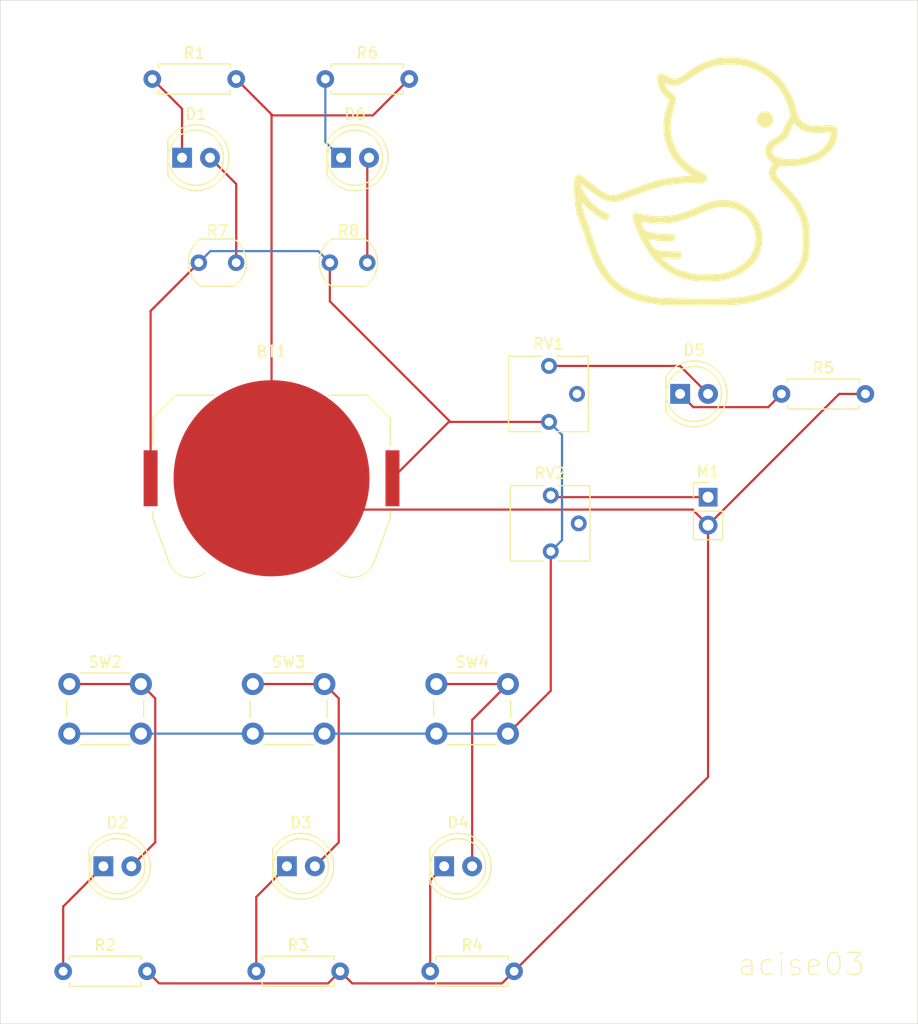
<source format=kicad_pcb>
(kicad_pcb (version 20241229) (generator "pcbnew") (generator_version "9.0")
  (layers (0 "F.Cu" signal) (2 "B.Cu" signal) (13 "F.Paste" user) (15 "B.Paste" user) (5 "F.SilkS" user "F.Silkscreen") (7 "B.SilkS" user "B.Silkscreen") (1 "F.Mask" user) (3 "B.Mask" user) (25 "Edge.Cuts" user))
  (net 0 "")
  (net 1 "Net-(BT1-+)")
  (net 2 "Net-(BT1--)")
  (net 3 "Net-(D1-A)")
  (net 4 "Net-(D1-K)")
  (net 5 "Net-(D2-A)")
  (net 6 "Net-(D2-K)")
  (net 7 "Net-(D3-K)")
  (net 8 "Net-(D3-A)")
  (net 9 "Net-(D4-K)")
  (net 10 "Net-(D4-A)")
  (net 11 "Net-(D5-K)")
  (net 12 "Net-(D5-A)")
  (net 13 "Net-(D6-A)")
  (net 14 "Net-(D6-K)")
  (net 15 "Net-(M1-+)")
  (footprint "LED_THT:LED_D5.0mm" (layer "F.Cu") (at 128.42875 45.24375)
    (property "Reference" "D1" (at 1.27 -3.96 0) (layer "F.SilkS"))
    (property "Value" "LED")
    (fp_line (start -1.29 -1.545) (end -1.29 1.545) (stroke (width 0.12)) (layer "F.SilkS"))
    (fp_arc (start -1.29 -1.54483) (mid 2.071756 -2.880501) (end 4.26 -0.000048) (stroke (width 0.12)) (layer "F.SilkS"))
    (fp_arc (start 4.26 0.000048) (mid 2.071756 2.880501) (end -1.29 1.54483) (stroke (width 0.12)) (layer "F.SilkS"))
    (fp_circle (center 1.27 0) (end 3.77 0) (stroke (width 0.12)) (fill no) (layer "F.SilkS"))
    (pad "1" thru_hole rect (at 0 0) (size 1.8 1.8) (drill 0.9) (layers "*.Cu" "*.Mask") (net 4 "Net-(D1-K)"))
    (pad "2" thru_hole circle (at 2.54 0) (size 1.8 1.8) (drill 0.9) (layers "*.Cu" "*.Mask") (net 3 "Net-(D1-A)"))
  )
  (footprint "Button_Switch_THT:SW_PUSH_6mm" (layer "F.Cu") (at 134.8625 93)
    (property "Reference" "SW3" (at 3.25 -2 0) (layer "F.SilkS"))
    (property "Value" "SW_Push")
    (fp_line (start -0.25 1.5) (end -0.25 3) (stroke (width 0.12)) (layer "F.SilkS"))
    (fp_line (start 1 5.5) (end 5.5 5.5) (stroke (width 0.12)) (layer "F.SilkS"))
    (fp_line (start 5.5 -1) (end 1 -1) (stroke (width 0.12)) (layer "F.SilkS"))
    (fp_line (start 6.75 3) (end 6.75 1.5) (stroke (width 0.12)) (layer "F.SilkS"))
    (pad "1" thru_hole circle (at 0 0 90) (size 2 2) (drill 1.1) (layers "*.Cu" "*.Mask") (net 8 "Net-(D3-A)"))
    (pad "1" thru_hole circle (at 6.5 0 90) (size 2 2) (drill 1.1) (layers "*.Cu" "*.Mask") (net 8 "Net-(D3-A)"))
    (pad "2" thru_hole circle (at 0 4.5 90) (size 2 2) (drill 1.1) (layers "*.Cu" "*.Mask") (net 1 "Net-(BT1-+)"))
    (pad "2" thru_hole circle (at 6.5 4.5 90) (size 2 2) (drill 1.1) (layers "*.Cu" "*.Mask") (net 1 "Net-(BT1-+)"))
  )
  (footprint "Resistor_THT:R_Axial_DIN0207_L6.3mm_D2.5mm_P7.62mm_Horizontal" (layer "F.Cu") (at 150.97125 119.0625)
    (property "Reference" "R4" (at 3.81 -2.37 0) (layer "F.SilkS"))
    (property "Value" "R")
    (fp_line (start 0.54 -1.37) (end 7.08 -1.37) (stroke (width 0.12)) (layer "F.SilkS"))
    (fp_line (start 0.54 -1.04) (end 0.54 -1.37) (stroke (width 0.12)) (layer "F.SilkS"))
    (fp_line (start 0.54 1.04) (end 0.54 1.37) (stroke (width 0.12)) (layer "F.SilkS"))
    (fp_line (start 0.54 1.37) (end 7.08 1.37) (stroke (width 0.12)) (layer "F.SilkS"))
    (fp_line (start 7.08 -1.37) (end 7.08 -1.04) (stroke (width 0.12)) (layer "F.SilkS"))
    (fp_line (start 7.08 1.37) (end 7.08 1.04) (stroke (width 0.12)) (layer "F.SilkS"))
    (pad "1" thru_hole circle (at 0 0) (size 1.6 1.6) (drill 0.8) (layers "*.Cu" "*.Mask") (net 9 "Net-(D4-K)"))
    (pad "2" thru_hole oval (at 7.62 0) (size 1.6 1.6) (drill 0.8) (layers "*.Cu" "*.Mask") (net 2 "Net-(BT1--)"))
  )
  (footprint "Connector_PinHeader_2.54mm:PinHeader_1x02_P2.54mm_Vertical" (layer "F.Cu") (at 176.2125 76.04125)
    (property "Reference" "M1" (at 0 -2.33 0) (layer "F.SilkS"))
    (property "Value" "Motor_DC")
    (fp_line (start -1.33 -1.33) (end 0 -1.33) (stroke (width 0.12)) (layer "F.SilkS"))
    (fp_line (start -1.33 0) (end -1.33 -1.33) (stroke (width 0.12)) (layer "F.SilkS"))
    (fp_line (start -1.33 1.27) (end -1.33 3.87) (stroke (width 0.12)) (layer "F.SilkS"))
    (fp_line (start -1.33 1.27) (end 1.33 1.27) (stroke (width 0.12)) (layer "F.SilkS"))
    (fp_line (start -1.33 3.87) (end 1.33 3.87) (stroke (width 0.12)) (layer "F.SilkS"))
    (fp_line (start 1.33 1.27) (end 1.33 3.87) (stroke (width 0.12)) (layer "F.SilkS"))
    (pad "1" thru_hole rect (at 0 0) (size 1.7 1.7) (drill 1) (layers "*.Cu" "*.Mask") (net 15 "Net-(M1-+)"))
    (pad "2" thru_hole oval (at 0 2.54) (size 1.7 1.7) (drill 1) (layers "*.Cu" "*.Mask") (net 2 "Net-(BT1--)"))
  )
  (footprint "Button_Switch_THT:SW_PUSH_6mm" (layer "F.Cu") (at 151.53125 93)
    (property "Reference" "SW4" (at 3.25 -2 0) (layer "F.SilkS"))
    (property "Value" "SW_Push")
    (fp_line (start -0.25 1.5) (end -0.25 3) (stroke (width 0.12)) (layer "F.SilkS"))
    (fp_line (start 1 5.5) (end 5.5 5.5) (stroke (width 0.12)) (layer "F.SilkS"))
    (fp_line (start 5.5 -1) (end 1 -1) (stroke (width 0.12)) (layer "F.SilkS"))
    (fp_line (start 6.75 3) (end 6.75 1.5) (stroke (width 0.12)) (layer "F.SilkS"))
    (pad "1" thru_hole circle (at 0 0 90) (size 2 2) (drill 1.1) (layers "*.Cu" "*.Mask") (net 10 "Net-(D4-A)"))
    (pad "1" thru_hole circle (at 6.5 0 90) (size 2 2) (drill 1.1) (layers "*.Cu" "*.Mask") (net 10 "Net-(D4-A)"))
    (pad "2" thru_hole circle (at 0 4.5 90) (size 2 2) (drill 1.1) (layers "*.Cu" "*.Mask") (net 1 "Net-(BT1-+)"))
    (pad "2" thru_hole circle (at 6.5 4.5 90) (size 2 2) (drill 1.1) (layers "*.Cu" "*.Mask") (net 1 "Net-(BT1-+)"))
  )
  (footprint "Button_Switch_THT:SW_PUSH_6mm" (layer "F.Cu") (at 118.19375 93)
    (property "Reference" "SW2" (at 3.25 -2 0) (layer "F.SilkS"))
    (property "Value" "SW_Push")
    (fp_line (start -0.25 1.5) (end -0.25 3) (stroke (width 0.12)) (layer "F.SilkS"))
    (fp_line (start 1 5.5) (end 5.5 5.5) (stroke (width 0.12)) (layer "F.SilkS"))
    (fp_line (start 5.5 -1) (end 1 -1) (stroke (width 0.12)) (layer "F.SilkS"))
    (fp_line (start 6.75 3) (end 6.75 1.5) (stroke (width 0.12)) (layer "F.SilkS"))
    (pad "1" thru_hole circle (at 0 0 90) (size 2 2) (drill 1.1) (layers "*.Cu" "*.Mask") (net 5 "Net-(D2-A)"))
    (pad "1" thru_hole circle (at 6.5 0 90) (size 2 2) (drill 1.1) (layers "*.Cu" "*.Mask") (net 5 "Net-(D2-A)"))
    (pad "2" thru_hole circle (at 0 4.5 90) (size 2 2) (drill 1.1) (layers "*.Cu" "*.Mask") (net 1 "Net-(BT1-+)"))
    (pad "2" thru_hole circle (at 6.5 4.5 90) (size 2 2) (drill 1.1) (layers "*.Cu" "*.Mask") (net 1 "Net-(BT1-+)"))
  )
  (footprint "Resistor_THT:R_Axial_DIN0207_L6.3mm_D2.5mm_P7.62mm_Horizontal" (layer "F.Cu") (at 141.44625 38.1)
    (property "Reference" "R6" (at 3.81 -2.37 0) (layer "F.SilkS"))
    (property "Value" "R")
    (fp_line (start 0.54 -1.37) (end 7.08 -1.37) (stroke (width 0.12)) (layer "F.SilkS"))
    (fp_line (start 0.54 -1.04) (end 0.54 -1.37) (stroke (width 0.12)) (layer "F.SilkS"))
    (fp_line (start 0.54 1.04) (end 0.54 1.37) (stroke (width 0.12)) (layer "F.SilkS"))
    (fp_line (start 0.54 1.37) (end 7.08 1.37) (stroke (width 0.12)) (layer "F.SilkS"))
    (fp_line (start 7.08 -1.37) (end 7.08 -1.04) (stroke (width 0.12)) (layer "F.SilkS"))
    (fp_line (start 7.08 1.37) (end 7.08 1.04) (stroke (width 0.12)) (layer "F.SilkS"))
    (pad "1" thru_hole circle (at 0 0) (size 1.6 1.6) (drill 0.8) (layers "*.Cu" "*.Mask") (net 14 "Net-(D6-K)"))
    (pad "2" thru_hole oval (at 7.62 0) (size 1.6 1.6) (drill 0.8) (layers "*.Cu" "*.Mask") (net 2 "Net-(BT1--)"))
  )
  (footprint "Potentiometer_THT:Potentiometer_Vishay_T73YP_Vertical" (layer "F.Cu") (at 161.76625 69.215)
    (property "Reference" "RV1" (at -0.06 -7.09 0) (layer "F.SilkS"))
    (property "Value" "R_Potentiometer")
    (fp_line (start -3.68 -5.96) (end -3.68 0.88) (stroke (width 0.12)) (layer "F.SilkS"))
    (fp_line (start -3.68 -5.96) (end -0.65 -5.96) (stroke (width 0.12)) (layer "F.SilkS"))
    (fp_line (start -3.68 0.88) (end -0.65 0.88) (stroke (width 0.12)) (layer "F.SilkS"))
    (fp_line (start 0.65 -5.96) (end 3.56 -5.96) (stroke (width 0.12)) (layer "F.SilkS"))
    (fp_line (start 0.65 0.88) (end 3.56 0.88) (stroke (width 0.12)) (layer "F.SilkS"))
    (fp_line (start 3.56 -5.96) (end 3.56 0.88) (stroke (width 0.12)) (layer "F.SilkS"))
    (pad "1" thru_hole circle (at 0 0) (size 1.44 1.44) (drill 0.8) (layers "*.Cu" "*.Mask") (net 1 "Net-(BT1-+)"))
    (pad "2" thru_hole circle (at 2.54 -2.54) (size 1.44 1.44) (drill 0.8) (layers "*.Cu" "*.Mask"))
    (pad "3" thru_hole circle (at 0 -5.08) (size 1.44 1.44) (drill 0.8) (layers "*.Cu" "*.Mask") (net 12 "Net-(D5-A)"))
  )
  (footprint "LED_THT:LED_D5.0mm" (layer "F.Cu") (at 142.875 45.24375)
    (property "Reference" "D6" (at 1.27 -3.96 0) (layer "F.SilkS"))
    (property "Value" "LED")
    (fp_line (start -1.29 -1.545) (end -1.29 1.545) (stroke (width 0.12)) (layer "F.SilkS"))
    (fp_arc (start -1.29 -1.54483) (mid 2.071756 -2.880501) (end 4.26 -0.000048) (stroke (width 0.12)) (layer "F.SilkS"))
    (fp_arc (start 4.26 0.000048) (mid 2.071756 2.880501) (end -1.29 1.54483) (stroke (width 0.12)) (layer "F.SilkS"))
    (fp_circle (center 1.27 0) (end 3.77 0) (stroke (width 0.12)) (fill no) (layer "F.SilkS"))
    (pad "1" thru_hole rect (at 0 0) (size 1.8 1.8) (drill 0.9) (layers "*.Cu" "*.Mask") (net 14 "Net-(D6-K)"))
    (pad "2" thru_hole circle (at 2.54 0) (size 1.8 1.8) (drill 0.9) (layers "*.Cu" "*.Mask") (net 13 "Net-(D6-A)"))
  )
  (footprint "Battery:BatteryHolder_Keystone_3034_1x20mm" (layer "F.Cu") (at 136.56 74.329325)
    (property "Reference" "BT1" (at 0 -11.5 0) (layer "F.SilkS"))
    (property "Value" "Battery_Cell")
    (fp_line (start -10.78 -5.46) (end -10.78 -3) (stroke (width 0.12)) (layer "F.SilkS"))
    (fp_line (start -10.78 3) (end -10.78 3.63) (stroke (width 0.12)) (layer "F.SilkS"))
    (fp_line (start -10.78 3.63) (end -9.34 7.58) (stroke (width 0.12)) (layer "F.SilkS"))
    (fp_line (start -8.7 -7.54) (end -10.78 -5.46) (stroke (width 0.12)) (layer "F.SilkS"))
    (fp_line (start -5.2 -7.54) (end -8.7 -7.54) (stroke (width 0.12)) (layer "F.SilkS"))
    (fp_line (start 8.7 -7.54) (end 5.2 -7.54) (stroke (width 0.12)) (layer "F.SilkS"))
    (fp_line (start 8.7 -7.54) (end 10.78 -5.46) (stroke (width 0.12)) (layer "F.SilkS"))
    (fp_line (start 10.78 -5.46) (end 10.78 -3) (stroke (width 0.12)) (layer "F.SilkS"))
    (fp_line (start 10.78 3) (end 10.78 3.63) (stroke (width 0.12)) (layer "F.SilkS"))
    (fp_line (start 10.78 3.63) (end 9.34 7.58) (stroke (width 0.12)) (layer "F.SilkS"))
    (fp_arc (start -6.003354 8.56653) (mid -7.921654 8.918738) (end -9.34 7.58) (stroke (width 0.12)) (layer "F.SilkS"))
    (fp_arc (start 9.325243 7.588169) (mid 7.90634 8.911668) (end 6 8.55) (stroke (width 0.12)) (layer "F.SilkS"))
    (pad "1" smd rect (at -10.985 0) (size 1.27 5.08) (layers "F.Cu" "F.Mask" "F.Paste") (net 1 "Net-(BT1-+)"))
    (pad "1" smd rect (at 10.985 0) (size 1.27 5.08) (layers "F.Cu" "F.Mask" "F.Paste") (net 1 "Net-(BT1-+)"))
    (pad "2" smd circle (at 0 0) (size 17.8 17.8) (layers "F.Cu" "F.Mask") (net 2 "Net-(BT1--)"))
  )
  (footprint "Resistor_THT:R_Axial_DIN0207_L6.3mm_D2.5mm_P7.62mm_Horizontal" (layer "F.Cu") (at 135.17125 119.0625)
    (property "Reference" "R3" (at 3.81 -2.37 0) (layer "F.SilkS"))
    (property "Value" "R")
    (fp_line (start 0.54 -1.37) (end 7.08 -1.37) (stroke (width 0.12)) (layer "F.SilkS"))
    (fp_line (start 0.54 -1.04) (end 0.54 -1.37) (stroke (width 0.12)) (layer "F.SilkS"))
    (fp_line (start 0.54 1.04) (end 0.54 1.37) (stroke (width 0.12)) (layer "F.SilkS"))
    (fp_line (start 0.54 1.37) (end 7.08 1.37) (stroke (width 0.12)) (layer "F.SilkS"))
    (fp_line (start 7.08 -1.37) (end 7.08 -1.04) (stroke (width 0.12)) (layer "F.SilkS"))
    (fp_line (start 7.08 1.37) (end 7.08 1.04) (stroke (width 0.12)) (layer "F.SilkS"))
    (pad "1" thru_hole circle (at 0 0) (size 1.6 1.6) (drill 0.8) (layers "*.Cu" "*.Mask") (net 7 "Net-(D3-K)"))
    (pad "2" thru_hole oval (at 7.62 0) (size 1.6 1.6) (drill 0.8) (layers "*.Cu" "*.Mask") (net 2 "Net-(BT1--)"))
  )
  (footprint "LED_THT:LED_D5.0mm" (layer "F.Cu") (at 137.95375 109.5375)
    (property "Reference" "D3" (at 1.27 -3.96 0) (layer "F.SilkS"))
    (property "Value" "LED")
    (fp_line (start -1.29 -1.545) (end -1.29 1.545) (stroke (width 0.12)) (layer "F.SilkS"))
    (fp_arc (start -1.29 -1.54483) (mid 2.071756 -2.880501) (end 4.26 -0.000048) (stroke (width 0.12)) (layer "F.SilkS"))
    (fp_arc (start 4.26 0.000048) (mid 2.071756 2.880501) (end -1.29 1.54483) (stroke (width 0.12)) (layer "F.SilkS"))
    (fp_circle (center 1.27 0) (end 3.77 0) (stroke (width 0.12)) (fill no) (layer "F.SilkS"))
    (pad "1" thru_hole rect (at 0 0) (size 1.8 1.8) (drill 0.9) (layers "*.Cu" "*.Mask") (net 7 "Net-(D3-K)"))
    (pad "2" thru_hole circle (at 2.54 0) (size 1.8 1.8) (drill 0.9) (layers "*.Cu" "*.Mask") (net 8 "Net-(D3-A)"))
  )
  (footprint "LED_THT:LED_D5.0mm" (layer "F.Cu") (at 173.6725 66.675)
    (property "Reference" "D5" (at 1.27 -3.96 0) (layer "F.SilkS"))
    (property "Value" "LED")
    (fp_line (start -1.29 -1.545) (end -1.29 1.545) (stroke (width 0.12)) (layer "F.SilkS"))
    (fp_arc (start -1.29 -1.54483) (mid 2.071756 -2.880501) (end 4.26 -0.000048) (stroke (width 0.12)) (layer "F.SilkS"))
    (fp_arc (start 4.26 0.000048) (mid 2.071756 2.880501) (end -1.29 1.54483) (stroke (width 0.12)) (layer "F.SilkS"))
    (fp_circle (center 1.27 0) (end 3.77 0) (stroke (width 0.12)) (fill no) (layer "F.SilkS"))
    (pad "1" thru_hole rect (at 0 0) (size 1.8 1.8) (drill 0.9) (layers "*.Cu" "*.Mask") (net 11 "Net-(D5-K)"))
    (pad "2" thru_hole circle (at 2.54 0) (size 1.8 1.8) (drill 0.9) (layers "*.Cu" "*.Mask") (net 12 "Net-(D5-A)"))
  )
  (footprint "LED_THT:LED_D5.0mm" (layer "F.Cu") (at 152.24125 109.5375)
    (property "Reference" "D4" (at 1.27 -3.96 0) (layer "F.SilkS"))
    (property "Value" "LED")
    (fp_line (start -1.29 -1.545) (end -1.29 1.545) (stroke (width 0.12)) (layer "F.SilkS"))
    (fp_arc (start -1.29 -1.54483) (mid 2.071756 -2.880501) (end 4.26 -0.000048) (stroke (width 0.12)) (layer "F.SilkS"))
    (fp_arc (start 4.26 0.000048) (mid 2.071756 2.880501) (end -1.29 1.54483) (stroke (width 0.12)) (layer "F.SilkS"))
    (fp_circle (center 1.27 0) (end 3.77 0) (stroke (width 0.12)) (fill no) (layer "F.SilkS"))
    (pad "1" thru_hole rect (at 0 0) (size 1.8 1.8) (drill 0.9) (layers "*.Cu" "*.Mask") (net 9 "Net-(D4-K)"))
    (pad "2" thru_hole circle (at 2.54 0) (size 1.8 1.8) (drill 0.9) (layers "*.Cu" "*.Mask") (net 10 "Net-(D4-A)"))
  )
  (footprint "Potentiometer_THT:Potentiometer_Vishay_T73YP_Vertical" (layer "F.Cu") (at 161.925 80.9625)
    (property "Reference" "RV2" (at -0.06 -7.09 0) (layer "F.SilkS"))
    (property "Value" "R_Potentiometer")
    (fp_line (start -3.68 -5.96) (end -3.68 0.88) (stroke (width 0.12)) (layer "F.SilkS"))
    (fp_line (start -3.68 -5.96) (end -0.65 -5.96) (stroke (width 0.12)) (layer "F.SilkS"))
    (fp_line (start -3.68 0.88) (end -0.65 0.88) (stroke (width 0.12)) (layer "F.SilkS"))
    (fp_line (start 0.65 -5.96) (end 3.56 -5.96) (stroke (width 0.12)) (layer "F.SilkS"))
    (fp_line (start 0.65 0.88) (end 3.56 0.88) (stroke (width 0.12)) (layer "F.SilkS"))
    (fp_line (start 3.56 -5.96) (end 3.56 0.88) (stroke (width 0.12)) (layer "F.SilkS"))
    (pad "1" thru_hole circle (at 0 0) (size 1.44 1.44) (drill 0.8) (layers "*.Cu" "*.Mask") (net 1 "Net-(BT1-+)"))
    (pad "2" thru_hole circle (at 2.54 -2.54) (size 1.44 1.44) (drill 0.8) (layers "*.Cu" "*.Mask"))
    (pad "3" thru_hole circle (at 0 -5.08) (size 1.44 1.44) (drill 0.8) (layers "*.Cu" "*.Mask") (net 15 "Net-(M1-+)"))
  )
  (footprint "OptoDevice:R_LDR_5.1x4.3mm_P3.4mm_Vertical" (layer "F.Cu") (at 129.95 54.76875)
    (property "Reference" "R7" (at 1.7 -2.9 0) (layer "F.SilkS"))
    (property "Value" "R_Photo")
    (fp_line (start 0.15 -2.15) (end 3.2 -2.15) (stroke (width 0.12)) (layer "F.SilkS"))
    (fp_line (start 0.15 2.15) (end 3.2 2.15) (stroke (width 0.12)) (layer "F.SilkS"))
    (fp_arc (start 0.15 2.15) (mid -0.950438 -0.013368) (end 0.171766 -2.165525) (stroke (width 0.12)) (layer "F.SilkS"))
    (fp_arc (start 3.2 -2.15) (mid 4.321403 -0.027338) (end 3.244513 2.118249) (stroke (width 0.12)) (layer "F.SilkS"))
    (pad "1" thru_hole circle (at 0 0) (size 1.5 1.5) (drill 0.8) (layers "*.Cu" "*.Mask") (net 1 "Net-(BT1-+)"))
    (pad "2" thru_hole circle (at 3.4 0) (size 1.5 1.5) (drill 0.8) (layers "*.Cu" "*.Mask") (net 3 "Net-(D1-A)"))
  )
  (footprint "Resistor_THT:R_Axial_DIN0207_L6.3mm_D2.5mm_P7.62mm_Horizontal" (layer "F.Cu") (at 182.88 66.675)
    (property "Reference" "R5" (at 3.81 -2.37 0) (layer "F.SilkS"))
    (property "Value" "R")
    (fp_line (start 0.54 -1.37) (end 7.08 -1.37) (stroke (width 0.12)) (layer "F.SilkS"))
    (fp_line (start 0.54 -1.04) (end 0.54 -1.37) (stroke (width 0.12)) (layer "F.SilkS"))
    (fp_line (start 0.54 1.04) (end 0.54 1.37) (stroke (width 0.12)) (layer "F.SilkS"))
    (fp_line (start 0.54 1.37) (end 7.08 1.37) (stroke (width 0.12)) (layer "F.SilkS"))
    (fp_line (start 7.08 -1.37) (end 7.08 -1.04) (stroke (width 0.12)) (layer "F.SilkS"))
    (fp_line (start 7.08 1.37) (end 7.08 1.04) (stroke (width 0.12)) (layer "F.SilkS"))
    (pad "1" thru_hole circle (at 0 0) (size 1.6 1.6) (drill 0.8) (layers "*.Cu" "*.Mask") (net 11 "Net-(D5-K)"))
    (pad "2" thru_hole oval (at 7.62 0) (size 1.6 1.6) (drill 0.8) (layers "*.Cu" "*.Mask") (net 2 "Net-(BT1--)"))
  )
  (footprint "Resistor_THT:R_Axial_DIN0207_L6.3mm_D2.5mm_P7.62mm_Horizontal" (layer "F.Cu") (at 117.63375 119.0625)
    (property "Reference" "R2" (at 3.81 -2.37 0) (layer "F.SilkS"))
    (property "Value" "R")
    (fp_line (start 0.54 -1.37) (end 7.08 -1.37) (stroke (width 0.12)) (layer "F.SilkS"))
    (fp_line (start 0.54 -1.04) (end 0.54 -1.37) (stroke (width 0.12)) (layer "F.SilkS"))
    (fp_line (start 0.54 1.04) (end 0.54 1.37) (stroke (width 0.12)) (layer "F.SilkS"))
    (fp_line (start 0.54 1.37) (end 7.08 1.37) (stroke (width 0.12)) (layer "F.SilkS"))
    (fp_line (start 7.08 -1.37) (end 7.08 -1.04) (stroke (width 0.12)) (layer "F.SilkS"))
    (fp_line (start 7.08 1.37) (end 7.08 1.04) (stroke (width 0.12)) (layer "F.SilkS"))
    (pad "1" thru_hole circle (at 0 0) (size 1.6 1.6) (drill 0.8) (layers "*.Cu" "*.Mask") (net 6 "Net-(D2-K)"))
    (pad "2" thru_hole oval (at 7.62 0) (size 1.6 1.6) (drill 0.8) (layers "*.Cu" "*.Mask") (net 2 "Net-(BT1--)"))
  )
  (footprint "OptoDevice:R_LDR_5.1x4.3mm_P3.4mm_Vertical" (layer "F.Cu") (at 141.85625 54.76875)
    (property "Reference" "R8" (at 1.7 -2.9 0) (layer "F.SilkS"))
    (property "Value" "R_Photo")
    (fp_line (start 0.15 -2.15) (end 3.2 -2.15) (stroke (width 0.12)) (layer "F.SilkS"))
    (fp_line (start 0.15 2.15) (end 3.2 2.15) (stroke (width 0.12)) (layer "F.SilkS"))
    (fp_arc (start 0.15 2.15) (mid -0.950438 -0.013368) (end 0.171766 -2.165525) (stroke (width 0.12)) (layer "F.SilkS"))
    (fp_arc (start 3.2 -2.15) (mid 4.321403 -0.027338) (end 3.244513 2.118249) (stroke (width 0.12)) (layer "F.SilkS"))
    (pad "1" thru_hole circle (at 0 0) (size 1.5 1.5) (drill 0.8) (layers "*.Cu" "*.Mask") (net 1 "Net-(BT1-+)"))
    (pad "2" thru_hole circle (at 3.4 0) (size 1.5 1.5) (drill 0.8) (layers "*.Cu" "*.Mask") (net 13 "Net-(D6-A)"))
  )
  (footprint "LED_THT:LED_D5.0mm" (layer "F.Cu") (at 121.285 109.5375)
    (property "Reference" "D2" (at 1.27 -3.96 0) (layer "F.SilkS"))
    (property "Value" "LED")
    (fp_line (start -1.29 -1.545) (end -1.29 1.545) (stroke (width 0.12)) (layer "F.SilkS"))
    (fp_arc (start -1.29 -1.54483) (mid 2.071756 -2.880501) (end 4.26 -0.000048) (stroke (width 0.12)) (layer "F.SilkS"))
    (fp_arc (start 4.26 0.000048) (mid 2.071756 2.880501) (end -1.29 1.54483) (stroke (width 0.12)) (layer "F.SilkS"))
    (fp_circle (center 1.27 0) (end 3.77 0) (stroke (width 0.12)) (fill no) (layer "F.SilkS"))
    (pad "1" thru_hole rect (at 0 0) (size 1.8 1.8) (drill 0.9) (layers "*.Cu" "*.Mask") (net 6 "Net-(D2-K)"))
    (pad "2" thru_hole circle (at 2.54 0) (size 1.8 1.8) (drill 0.9) (layers "*.Cu" "*.Mask") (net 5 "Net-(D2-A)"))
  )
  (footprint "Resistor_THT:R_Axial_DIN0207_L6.3mm_D2.5mm_P7.62mm_Horizontal" (layer "F.Cu") (at 125.73 38.1)
    (property "Reference" "R1" (at 3.81 -2.37 0) (layer "F.SilkS"))
    (property "Value" "R")
    (fp_line (start 0.54 -1.37) (end 7.08 -1.37) (stroke (width 0.12)) (layer "F.SilkS"))
    (fp_line (start 0.54 -1.04) (end 0.54 -1.37) (stroke (width 0.12)) (layer "F.SilkS"))
    (fp_line (start 0.54 1.04) (end 0.54 1.37) (stroke (width 0.12)) (layer "F.SilkS"))
    (fp_line (start 0.54 1.37) (end 7.08 1.37) (stroke (width 0.12)) (layer "F.SilkS"))
    (fp_line (start 7.08 -1.37) (end 7.08 -1.04) (stroke (width 0.12)) (layer "F.SilkS"))
    (fp_line (start 7.08 1.37) (end 7.08 1.04) (stroke (width 0.12)) (layer "F.SilkS"))
    (pad "1" thru_hole circle (at 0 0) (size 1.6 1.6) (drill 0.8) (layers "*.Cu" "*.Mask") (net 4 "Net-(D1-K)"))
    (pad "2" thru_hole oval (at 7.62 0) (size 1.6 1.6) (drill 0.8) (layers "*.Cu" "*.Mask") (net 2 "Net-(BT1--)"))
  )
  (footprint "LOGO" (layer "F.Cu") (at 176 47.4)
    (property "Reference" "G***" (hide yes))
    (property "Value" "LOGO" (hide yes))
    (fp_poly (pts (xy 5.620961 -6.356904) (xy 5.764497 -6.29336) (xy 5.915806 -6.153007) (xy 5.934513 -6.132749) (xy 6.107417 -5.861433) (xy 6.157713 -5.576356) (xy 6.088331 -5.300929) (xy 5.902202 -5.058563) (xy 5.789142 -4.971746) (xy 5.510363 -4.859905) (xy 5.217416 -4.875359) (xy 4.995801 -4.972) (xy 4.762006 -5.180334) (xy 4.644871 -5.442692) (xy 4.64781 -5.747392) (xy 4.710189 -5.949462) (xy 4.873425 -6.184339) (xy 5.124457 -6.327405) (xy 5.425151 -6.371822)) (fill yes) (layer "F.SilkS"))
    (fp_poly (pts (xy 2.012601 1.686852) (xy 2.411048 1.742371) (xy 2.785531 1.851688) (xy 3.187837 2.026904) (xy 3.305927 2.086047) (xy 3.841978 2.429632) (xy 4.29194 2.858851) (xy 4.652248 3.357688) (xy 4.919337 3.91013) (xy 5.08964 4.500162) (xy 5.159593 5.111772) (xy 5.125629 5.728944) (xy 4.984184 6.335666) (xy 4.731692 6.915923) (xy 4.471064 7.31912) (xy 4.160414 7.658232) (xy 3.750868 7.995002) (xy 3.273391 8.310396) (xy 2.758945 8.585381) (xy 2.238495 8.800923) (xy 1.890344 8.905466) (xy 1.521554 8.974354) (xy 1.061613 9.026822) (xy 0.549466 9.061165) (xy 0.024061 9.075675) (xy -0.475657 9.068646) (xy -0.91074 9.038372) (xy -0.974067 9.030967) (xy -1.82863 8.868944) (xy -2.617947 8.603761) (xy -3.344925 8.23274) (xy -4.012469 7.753204) (xy -4.623486 7.162475) (xy -5.180881 6.457877) (xy -5.68756 5.636731) (xy -6.146429 4.69636) (xy -6.424626 4.008778) (xy -6.539358 3.690521) (xy -5.80719 3.690521) (xy -5.806667 3.767336) (xy -5.765821 3.926175) (xy -5.715145 4.073575) (xy -5.629738 4.277027) (xy -5.540725 4.396993) (xy -5.406508 4.475281) (xy -5.263305 4.527699) (xy -4.886361 4.627122) (xy -4.421946 4.705869) (xy -3.912652 4.7583) (xy -3.401069 4.778775) (xy -3.366656 4.778865) (xy -2.814949 4.778865) (xy -2.814949 5.070487) (xy -2.821414 5.251872) (xy -2.860431 5.343884) (xy -2.961433 5.388039) (xy -3.053413 5.406844) (xy -3.237617 5.422443) (xy -3.513655 5.423509) (xy -3.843495 5.412135) (xy -4.189105 5.390416) (xy -4.512451 5.360446) (xy -4.7755 5.324319) (xy -4.861045 5.307312) (xy -5.02371 5.280982) (xy -5.121648 5.286017) (xy -5.130664 5.293026) (xy -5.110642 5.365551) (xy -5.035517 5.516233) (xy -4.921241 5.713259) (xy -4.914226 5.724664) (xy -4.774836 5.937425) (xy -4.658566 6.066666) (xy -4.527309 6.144597) (xy -4.35002 6.201525) (xy -4.161305 6.237465) (xy -3.878112 6.272887) (xy -3.536846 6.303992) (xy -3.173917 6.326983) (xy -3.125903 6.329229) (xy -2.225774 6.369428) (xy -2.225774 6.694774) (xy -2.225774 7.02012) (xy -3.076805 6.993604) (xy -3.393292 6.985521) (xy -3.656422 6.982186) (xy -3.841914 6.983652) (xy -3.925484 6.989974) (xy -3.927836 6.991736) (xy -3.875381 7.057658) (xy -3.725905 7.186651) (xy -3.491243 7.369037) (xy -3.240465 7.553883) (xy -2.779305 7.837) (xy -2.245769 8.067151) (xy -1.622372 8.250475) (xy -0.891628 8.393112) (xy -0.8183 8.40442) (xy -0.684062 8.413476) (xy -0.44801 8.418271) (xy -0.139196 8.418631) (xy 0.213331 8.414387) (xy 0.360051 8.411363) (xy 0.819163 8.395572) (xy 1.180153 8.369832) (xy 1.47567 8.33053) (xy 1.738365 8.274052) (xy 1.832523 8.248439) (xy 2.446552 8.025928) (xy 3.010143 7.71697) (xy 3.52091 7.335789) (xy 3.790683 7.090003) (xy 3.991011 6.85031) (xy 4.167273 6.559891) (xy 4.217745 6.463211) (xy 4.351791 6.184614) (xy 4.433373 5.958823) (xy 4.478366 5.726968) (xy 4.502642 5.430177) (xy 4.504223 5.400752) (xy 4.507642 4.972307) (xy 4.460508 4.602787) (xy 4.351485 4.241772) (xy 4.169239 3.838843) (xy 4.14033 3.782214) (xy 3.826218 3.30203) (xy 3.424319 2.915814) (xy 2.925367 2.614724) (xy 2.908567 2.606804) (xy 2.370269 2.405371) (xy 1.831251 2.310216) (xy 1.275005 2.322142) (xy 0.685024 2.441952) (xy 0.044801 2.670449) (xy -0.148793 2.755415) (xy -0.828146 3.049116) (xy -1.486098 3.303831) (xy -2.096168 3.510166) (xy -2.631878 3.658728) (xy -2.800348 3.696039) (xy -3.248206 3.762832) (xy -3.76763 3.801664) (xy -4.309719 3.811713) (xy -4.825572 3.792154) (xy -5.266286 3.742164) (xy -5.290487 3.737963) (xy -5.526536 3.701517) (xy -5.708988 3.683765) (xy -5.802971 3.687908) (xy -5.80719 3.690521) (xy -6.539358 3.690521) (xy -6.557132 3.641218) (xy -6.63715 3.372524) (xy -6.666535 3.182447) (xy -6.647143 3.050735) (xy -6.580828 2.957139) (xy -6.524865 2.914465) (xy -6.436905 2.86758) (xy -6.33855 2.851279) (xy -6.195986 2.867258) (xy -5.975397 2.91721) (xy -5.85386 2.948082) (xy -4.944577 3.119189) (xy -4.03614 3.162567) (xy -3.120952 3.077906) (xy -2.191415 2.864901) (xy -1.951295 2.79005) (xy -1.717701 2.710657) (xy -1.493532 2.627178) (xy -1.251317 2.52809) (xy -0.963587 2.40187) (xy -0.602869 2.236994) (xy -0.32732 2.108807) (xy 0.16407 1.901139) (xy 0.608264 1.767309) (xy 1.056878 1.695259) (xy 1.538401 1.67303)) (fill yes) (layer "F.SilkS"))
    (fp_poly (pts (xy 2.698302 -11.226764) (xy 3.246191 -11.169618) (xy 3.724618 -11.082626) (xy 3.796906 -11.064686) (xy 4.394511 -10.871276) (xy 5.002188 -10.606332) (xy 5.587422 -10.288138) (xy 6.117697 -9.934975) (xy 6.560498 -9.565124) (xy 6.681735 -9.442687) (xy 7.211233 -8.787514) (xy 7.659142 -8.048844) (xy 8.009363 -7.256552) (xy 8.205973 -6.614037) (xy 8.356114 -6.106584) (xy 8.535479 -5.715958) (xy 8.758311 -5.428914) (xy 9.038856 -5.232212) (xy 9.391355 -5.112608) (xy 9.830053 -5.056861) (xy 9.8839 -5.054072) (xy 10.218593 -5.049643) (xy 10.574947 -5.061986) (xy 10.879585 -5.088439) (xy 10.897785 -5.090847) (xy 11.303728 -5.122795) (xy 11.603557 -5.086899) (xy 11.807711 -4.974957) (xy 11.926629 -4.778769) (xy 11.97075 -4.490133) (xy 11.964535 -4.252827) (xy 11.868061 -3.746166) (xy 11.66238 -3.251011) (xy 11.365998 -2.807703) (xy 11.235237 -2.663052) (xy 10.768672 -2.274759) (xy 10.203558 -1.947051) (xy 9.560908 -1.687158) (xy 8.861733 -1.502308) (xy 8.127045 -1.399727) (xy 7.511357 -1.382104) (xy 7.199258 -1.38787) (xy 6.988472 -1.384564) (xy 6.849427 -1.366568) (xy 6.752552 -1.328262) (xy 6.668277 -1.264027) (xy 6.611981 -1.211204) (xy 6.441379 -1.018077) (xy 6.374553 -0.848905) (xy 6.398974 -0.667515) (xy 6.41148 -0.632385) (xy 6.475368 -0.533454) (xy 6.615311 -0.357983) (xy 6.816268 -0.123467) (xy 7.063194 0.152594) (xy 7.341047 0.452706) (xy 7.37874 0.492664) (xy 7.762191 0.903891) (xy 8.067557 1.246887) (xy 8.311422 1.543865) (xy 8.510371 1.817037) (xy 8.680986 2.088615) (xy 8.839852 2.380811) (xy 8.941537 2.585824) (xy 9.117836 2.978138) (xy 9.250112 3.345991) (xy 9.344093 3.719388) (xy 9.40551 4.128331) (xy 9.440093 4.602824) (xy 9.453573 5.172872) (xy 9.454134 5.269845) (xy 9.45138 5.811666) (xy 9.435286 6.250074) (xy 9.401273 6.612289) (xy 9.34476 6.925532) (xy 9.261167 7.217024) (xy 9.145913 7.513987) (xy 9.035562 7.757473) (xy 8.667117 8.385693) (xy 8.182021 8.963104) (xy 7.585814 9.485932) (xy 6.884036 9.9504) (xy 6.082224 10.352733) (xy 5.185919 10.689154) (xy 4.418814 10.90483) (xy 4.082131 10.983874) (xy 3.764484 11.050398) (xy 3.450945 11.105405) (xy 3.126586 11.149896) (xy 2.776478 11.184871) (xy 2.385694 11.211333) (xy 1.939304 11.230283) (xy 1.422382 11.242723) (xy 0.819997 11.249653) (xy 0.117222 11.252075) (xy -0.700871 11.250991) (xy -0.739823 11.250878) (xy -1.36209 11.248553) (xy -1.948238 11.245421) (xy -2.484426 11.241622) (xy -2.956813 11.237297) (xy -3.351556 11.23259) (xy -3.654816 11.22764) (xy -3.852751 11.222588) (xy -3.927836 11.218322) (xy -4.065764 11.199921) (xy -4.29306 11.171151) (xy -4.569081 11.137127) (xy -4.680671 11.123596) (xy -5.665795 10.957038) (xy -6.554569 10.704644) (xy -7.352664 10.362642) (xy -8.065748 9.927256) (xy -8.699492 9.394715) (xy -9.259565 8.761243) (xy -9.751638 8.023066) (xy -9.983921 7.593814) (xy -10.175417 7.183881) (xy -10.383257 6.687766) (xy -10.591826 6.146253) (xy -10.785508 5.600127) (xy -10.948686 5.090173) (xy -10.969197 5.020591) (xy -11.073651 4.689581) (xy -11.208778 4.300155) (xy -11.352803 3.913858) (xy -11.425296 3.731443) (xy -11.599194 3.280703) (xy -11.730138 2.872226) (xy -11.824668 2.471726) (xy -11.889321 2.04492) (xy -11.930636 1.557523) (xy -11.95515 0.97525) (xy -11.955881 0.949226) (xy -11.965764 0.492635) (xy -11.965265 0.392217) (xy -11.320767 0.392217) (xy -11.252255 0.59366) (xy -11.103857 0.888442) (xy -10.993953 1.080154) (xy -10.69082 1.51292) (xy -10.308157 1.938533) (xy -9.880697 2.32412) (xy -9.443176 2.636807) (xy -9.215061 2.763723) (xy -8.721398 3.007086) (xy -8.827896 3.303244) (xy -8.884012 3.446634) (xy -8.943291 3.532442) (xy -9.027395 3.559341) (xy -9.157986 3.526005) (xy -9.356727 3.431107) (xy -9.64528 3.273319) (xy -9.685919 3.250682) (xy -9.989314 3.056578) (xy -10.327488 2.799929) (xy -10.651152 2.518556) (xy -10.697974 2.474082) (xy -10.909468 2.274183) (xy -11.084382 2.116036) (xy -11.202937 2.017053) (xy -11.244871 1.992635) (xy -11.248788 2.074246) (xy -11.21653 2.250825) (xy -11.156226 2.494134) (xy -11.076005 2.775939) (xy -10.983996 3.068002) (xy -10.888329 3.342088) (xy -10.797133 3.56996) (xy -10.779615 3.608645) (xy -10.665197 3.869954) (xy -10.569368 4.116639) (xy -10.510476 4.300983) (xy -10.505895 4.320618) (xy -10.467671 4.463094) (xy -10.395528 4.700768) (xy -10.298453 5.00514) (xy -10.185429 5.347708) (xy -10.134398 5.498968) (xy -9.791369 6.429881) (xy -9.431505 7.239399) (xy -9.044867 7.936876) (xy -8.621517 8.531662) (xy -8.151516 9.033109) (xy -7.624925 9.450571) (xy -7.031806 9.793398) (xy -6.36222 10.070943) (xy -5.606228 10.292558) (xy -4.877063 10.445963) (xy -4.559696 10.489363) (xy -4.130072 10.527611) (xy -3.606768 10.5605) (xy -3.008361 10.587822) (xy -2.353428 10.609367) (xy -1.660547 10.624928) (xy -0.948295 10.634297) (xy -0.235249 10.637265) (xy 0.460013 10.633624) (xy 1.118915 10.623165) (xy 1.722879 10.605681) (xy 2.253328 10.580962) (xy 2.691685 10.548801) (xy 2.84768 10.532581) (xy 3.830017 10.37717) (xy 4.748787 10.149981) (xy 5.59523 9.855713) (xy 6.360587 9.499064) (xy 7.036097 9.084734) (xy 7.613001 8.617423) (xy 8.082538 8.101828) (xy 8.435949 7.54265) (xy 8.441311 7.531978) (xy 8.566901 7.259373) (xy 8.660797 6.995496) (xy 8.727237 6.714353) (xy 8.770459 6.389951) (xy 8.794703 5.996295) (xy 8.804206 5.507392) (xy 8.804834 5.302577) (xy 8.798913 4.767202) (xy 8.777641 4.33289) (xy 8.73585 3.970169) (xy 8.668374 3.64957) (xy 8.570047 3.341623) (xy 8.4357 3.016859) (xy 8.384484 2.905052) (xy 8.206571 2.555405) (xy 8.002485 2.223337) (xy 7.753283 1.882768) (xy 7.440021 1.507618) (xy 7.084837 1.115832) (xy 6.727184 0.731016) (xy 6.448128 0.428215) (xy 6.236659 0.193985) (xy 6.081765 0.014882) (xy 5.972435 -0.122538) (xy 5.89766 -0.231721) (xy 5.846428 -0.32611) (xy 5.807729 -0.419151) (xy 5.79193 -0.462857) (xy 5.727373 -0.76035) (xy 5.7637 -1.038332) (xy 5.907129 -1.335261) (xy 5.94162 -1.388896) (xy 6.105923 -1.637174) (xy 5.803789 -1.903123) (xy 5.546268 -2.18798) (xy 5.413371 -2.488233) (xy 5.399703 -2.802532) (xy 6.064211 -2.802532) (xy 6.072893 -2.593237) (xy 6.195171 -2.412148) (xy 6.416121 -2.262457) (xy 6.720823 -2.147357) (xy 7.094356 -2.070041) (xy 7.521798 -2.0337) (xy 7.988227 -2.041528) (xy 8.478722 -2.096717) (xy 8.928819 -2.189623) (xy 9.260704 -2.284629) (xy 9.600282 -2.399615) (xy 9.890359 -2.514671) (xy 9.974377 -2.553612) (xy 10.42528 -2.831156) (xy 10.800526 -3.174754) (xy 11.084599 -3.565019) (xy 11.261981 -3.982562) (xy 11.308916 -4.220966) (xy 11.34062 -4.50224) (xy 11.054717 -4.447013) (xy 10.768182 -4.410976) (xy 10.409586 -4.393562) (xy 10.022683 -4.394097) (xy 9.651227 -4.411909) (xy 9.338974 -4.446325) (xy 9.19466 -4.47561) (xy 8.901882 -4.565489) (xy 8.674689 -4.672316) (xy 8.458648 -4.826484) (xy 8.271877 -4.990828) (xy 7.986872 -5.253536) (xy 7.828317 -4.901639) (xy 7.721111 -4.659688) (xy 7.620124 -4.425275) (xy 7.574513 -4.315858) (xy 7.355287 -3.949207) (xy 7.018799 -3.631435) (xy 6.641992 -3.402834) (xy 6.391143 -3.26932) (xy 6.232863 -3.153764) (xy 6.138006 -3.025884) (xy 6.077425 -2.855397) (xy 6.064211 -2.802532) (xy 5.399703 -2.802532) (xy 5.398834 -2.822507) (xy 5.433192 -3.005047) (xy 5.557392 -3.334735) (xy 5.758917 -3.60361) (xy 6.058503 -3.834902) (xy 6.287478 -3.96205) (xy 6.529975 -4.092634) (xy 6.707209 -4.218718) (xy 6.843951 -4.369931) (xy 6.964973 -4.575903) (xy 7.095048 -4.866263) (xy 7.145055 -4.987797) (xy 7.263831 -5.253288) (xy 7.393331 -5.502187) (xy 7.50643 -5.682548) (xy 7.511038 -5.688666) (xy 7.684179 -5.915665) (xy 7.575316 -6.44214) (xy 7.378482 -7.107811) (xy 7.071227 -7.772304) (xy 6.671092 -8.406735) (xy 6.195619 -8.982217) (xy 5.809658 -9.34967) (xy 5.242366 -9.755927) (xy 4.586219 -10.093865) (xy 3.868636 -10.355347) (xy 3.117036 -10.532237) (xy 2.358842 -10.616398) (xy 1.621471 -10.599693) (xy 1.60318 -10.597876) (xy 1.012541 -10.510493) (xy 0.463648 -10.366466) (xy -0.071899 -10.154146) (xy -0.622496 -9.861888) (xy -1.216543 -9.478046) (xy -1.342011 -9.39001) (xy -1.78591 -9.089132) (xy -2.155867 -8.874588) (xy -2.471321 -8.740939) (xy -2.75171 -8.682749) (xy -3.016473 -8.694579) (xy -3.285049 -8.770991) (xy -3.393075 -8.816246) (xy -3.545083 -8.871174) (xy -3.640788 -8.881133) (xy -3.648808 -8.876623) (xy -3.660527 -8.780614) (xy -3.597653 -8.623727) (xy -3.479672 -8.436142) (xy -3.326069 -8.248037) (xy -3.156332 -8.089589) (xy -3.125892 -8.066779) (xy -2.914512 -7.905762) (xy -2.776548 -7.76347) (xy -2.70663 -7.612481) (xy -2.699389 -7.425376) (xy -2.749456 -7.174734) (xy -2.851461 -6.833134) (xy -2.871846 -6.769438) (xy -3.077172 -6.00782) (xy -3.180332 -5.305776) (xy -3.182061 -4.641923) (xy -3.083095 -3.994882) (xy -2.980123 -3.61975) (xy -2.698335 -2.939092) (xy -2.309428 -2.318429) (xy -1.826449 -1.772134) (xy -1.262446 -1.314582) (xy -0.630469 -0.960146) (xy -0.523712 -0.913881) (xy -0.183809 -0.746362) (xy 0.030659 -0.577429) (xy 0.125143 -0.402339) (xy 0.130927 -0.344337) (xy 0.089792 -0.112097) (xy -0.039122 0.050684) (xy -0.264079 0.148004) (xy -0.593344 0.183859) (xy -0.935002 0.171166) (xy -1.351365 0.15718) (xy -1.851258 0.170291) (xy -2.390911 0.207005) (xy -2.926551 0.263829) (xy -3.414404 0.337271) (xy -3.674366 0.389776) (xy -4.015172 0.469813) (xy -4.315425 0.545788) (xy -4.600235 0.625712) (xy -4.894714 0.7176) (xy -5.223973 0.829465) (xy -5.613123 0.969319) (xy -6.087276 1.145177) (xy -6.346248 1.242402) (xy -6.858891 1.43489) (xy -7.266114 1.585513) (xy -7.584967 1.698699) (xy -7.8325 1.778875) (xy -8.025763 1.830471) (xy -8.181806 1.857914) (xy -8.317681 1.865632) (xy -8.450436 1.858055) (xy -8.597121 1.83961) (xy -8.628541 1.835162) (xy -9.018062 1.748857) (xy -9.410642 1.595076) (xy -9.827096 1.362963) (xy -10.288241 1.041663) (xy -10.566684 0.82443) (xy -10.824548 0.621054) (xy -11.045276 0.45463) (xy -11.209646 0.33907) (xy -11.298435 0.288286) (xy -11.307825 0.288064) (xy -11.320767 0.392217) (xy -11.965265 0.392217) (xy -11.964049 0.147432) (xy -11.946742 -0.1057) (xy -11.909851 -0.286081) (xy -11.849384 -0.413027) (xy -11.761347 -0.505859) (xy -11.641749 -0.583894) (xy -11.638669 -0.585626) (xy -11.575116 -0.619848) (xy -11.516042 -0.63777) (xy -11.4475 -0.63089) (xy -11.355544 -0.590706) (xy -11.226227 -0.508714) (xy -11.045603 -0.376413) (xy -10.799725 -0.1853) (xy -10.474648 0.073127) (xy -10.206274 0.28762) (xy -9.831721 0.580428) (xy -9.529313 0.79856) (xy -9.274677 0.955809) (xy -9.043441 1.065966) (xy -8.811232 1.142823) (xy -8.614375 1.188401) (xy -8.493897 1.210631) (xy -8.385743 1.220463) (xy -8.269979 1.212909) (xy -8.126669 1.182985) (xy -7.935878 1.125702) (xy -7.677671 1.036077) (xy -7.332113 0.909121) (xy -6.996498 0.783738) (xy -6.38614 0.556493) (xy -5.878252 0.370733) (xy -5.453419 0.220122) (xy -5.09223 0.098325) (xy -4.775271 -0.000994) (xy -4.483129 -0.084171) (xy -4.196391 -0.157542) (xy -3.903852 -0.225605) (xy -3.580588 -0.28742) (xy -3.171022 -0.350196) (xy -2.71437 -0.409419) (xy -2.249844 -0.460576) (xy -1.816658 -0.499153) (xy -1.454025 -0.520636) (xy -1.315496 -0.523553) (xy -1.320982 -0.555199) (xy -1.418125 -0.638954) (xy -1.587086 -0.75829) (xy -1.634484 -0.789333) (xy -2.176929 -1.205287) (xy -2.670665 -1.710982) (xy -2.986165 -2.127578) (xy -3.390245 -2.843531) (xy -3.667792 -3.5928) (xy -3.818755 -4.374876) (xy -3.843083 -5.189249) (xy -3.740727 -6.035407) (xy -3.511635 -6.912842) (xy -3.472722 -7.028654) (xy -3.34045 -7.41272) (xy -3.519581 -7.552035) (xy -3.888694 -7.899474) (xy -4.153067 -8.29554) (xy -4.327973 -8.766132) (xy -4.382844 -9.016157) (xy -4.419692 -9.283205) (xy -4.413171 -9.468337) (xy -4.376521 -9.585308) (xy -4.272176 -9.73548) (xy -4.125637 -9.797029) (xy -3.920782 -9.770021) (xy -3.641489 -9.654521) (xy -3.514945 -9.58877) (xy -3.185531 -9.430796) (xy -2.922368 -9.35245) (xy -2.77786 -9.33952) (xy -2.647068 -9.350286) (xy -2.509958 -9.389599) (xy -2.348307 -9.467975) (xy -2.143896 -9.595933) (xy -1.878502 -9.78399) (xy -1.533906 -10.042665) (xy -1.453989 -10.103716) (xy -0.942267 -10.439998) (xy -0.346007 -10.7405) (xy 0.289457 -10.98602) (xy 0.918789 -11.15736) (xy 1.123709 -11.19537) (xy 1.588477 -11.242015) (xy 2.129536 -11.251688)) (fill yes) (layer "F.SilkS"))
  )
  (gr_rect (start 111.91875 30.95625) (end 195.2625 123.825) (stroke (width 0.05)) (fill no) (layer "Edge.Cuts"))
  (gr_text "acise03" (at 178.8 119.6 0) (layer "F.SilkS") (effects (font (size 2 2) (thickness 0.1)) (justify left bottom)))
  (segment (start 152.659325 69.215) (end 147.545 74.329325) (width 0.2) (layer "F.Cu") (net 1))
  (segment (start 141.85625 58.27125) (end 141.85625 54.76875) (width 0.2) (layer "F.Cu") (net 1))
  (segment (start 125.575 59.14375) (end 129.95 54.76875) (width 0.2) (layer "F.Cu") (net 1))
  (segment (start 161.76625 69.215) (end 152.8 69.215) (width 0.2) (layer "F.Cu") (net 1))
  (segment (start 125.575 74.329325) (end 125.575 59.14375) (width 0.2) (layer "F.Cu") (net 1))
  (segment (start 161.925 93.60625) (end 161.925 80.9625) (width 0.2) (layer "F.Cu") (net 1))
  (segment (start 152.8 69.215) (end 152.659325 69.215) (width 0.2) (layer "F.Cu") (net 1))
  (segment (start 158.03125 97.5) (end 161.925 93.60625) (width 0.2) (layer "F.Cu") (net 1))
  (segment (start 152.8 69.215) (end 141.85625 58.27125) (width 0.2) (layer "F.Cu") (net 1))
  (segment (start 161.925 80.9625) (end 162.946 79.9415) (width 0.2) (layer "B.Cu") (net 1))
  (segment (start 141.85625 54.76875) (end 140.80525 53.71775) (width 0.2) (layer "B.Cu") (net 1))
  (segment (start 158.03125 97.5) (end 118.19375 97.5) (width 0.2) (layer "B.Cu") (net 1))
  (segment (start 162.946 79.9415) (end 162.946 70.39475) (width 0.2) (layer "B.Cu") (net 1))
  (segment (start 162.946 70.39475) (end 161.76625 69.215) (width 0.2) (layer "B.Cu") (net 1))
  (segment (start 140.80525 53.71775) (end 131.001 53.71775) (width 0.2) (layer "B.Cu") (net 1))
  (segment (start 131.001 53.71775) (end 129.95 54.76875) (width 0.2) (layer "B.Cu") (net 1))
  (segment (start 125.25375 119.0625) (end 126.35475 120.1635) (width 0.2) (layer "F.Cu") (net 2))
  (segment (start 142.79125 119.0625) (end 143.89225 120.1635) (width 0.2) (layer "F.Cu") (net 2))
  (segment (start 136.56 41.31) (end 133.35 38.1) (width 0.2) (layer "F.Cu") (net 2))
  (segment (start 158.59125 119.0625) (end 176.2125 101.44125) (width 0.2) (layer "F.Cu") (net 2))
  (segment (start 157.49025 120.1635) (end 158.59125 119.0625) (width 0.2) (layer "F.Cu") (net 2))
  (segment (start 149.06625 38.1) (end 145.76625 41.4) (width 0.2) (layer "F.Cu") (net 2))
  (segment (start 176.2125 78.58125) (end 188.11875 66.675) (width 0.2) (layer "F.Cu") (net 2))
  (segment (start 176.2125 78.58125) (end 174.801575 77.170325) (width 0.2) (layer "F.Cu") (net 2))
  (segment (start 188.11875 66.675) (end 190.5 66.675) (width 0.2) (layer "F.Cu") (net 2))
  (segment (start 174.801575 77.170325) (end 139.401 77.170325) (width 0.2) (layer "F.Cu") (net 2))
  (segment (start 136.56 41.4) (end 136.56 41.31) (width 0.2) (layer "F.Cu") (net 2))
  (segment (start 145.76625 41.4) (end 136.56 41.4) (width 0.2) (layer "F.Cu") (net 2))
  (segment (start 139.401 77.170325) (end 136.56 74.329325) (width 0.2) (layer "F.Cu") (net 2))
  (segment (start 141.69025 120.1635) (end 142.79125 119.0625) (width 0.2) (layer "F.Cu") (net 2))
  (segment (start 126.35475 120.1635) (end 141.69025 120.1635) (width 0.2) (layer "F.Cu") (net 2))
  (segment (start 176.2125 101.44125) (end 176.2125 78.58125) (width 0.2) (layer "F.Cu") (net 2))
  (segment (start 143.89225 120.1635) (end 157.49025 120.1635) (width 0.2) (layer "F.Cu") (net 2))
  (segment (start 136.56 74.329325) (end 136.56 41.4) (width 0.2) (layer "F.Cu") (net 2))
  (segment (start 133.35 54.76875) (end 133.35 47.625) (width 0.2) (layer "F.Cu") (net 3))
  (segment (start 133.35 47.625) (end 130.96875 45.24375) (width 0.2) (layer "F.Cu") (net 3))
  (segment (start 128.42875 40.79875) (end 125.73 38.1) (width 0.2) (layer "F.Cu") (net 4))
  (segment (start 128.42875 45.24375) (end 128.42875 40.79875) (width 0.2) (layer "F.Cu") (net 4))
  (segment (start 124.69375 93) (end 118.19375 93) (width 0.2) (layer "F.Cu") (net 5))
  (segment (start 125.99475 107.36775) (end 125.99475 94.301) (width 0.2) (layer "F.Cu") (net 5))
  (segment (start 125.99475 94.301) (end 124.69375 93) (width 0.2) (layer "F.Cu") (net 5))
  (segment (start 123.825 109.5375) (end 125.99475 107.36775) (width 0.2) (layer "F.Cu") (net 5))
  (segment (start 117.63375 113.18875) (end 121.285 109.5375) (width 0.2) (layer "F.Cu") (net 6))
  (segment (start 117.63375 119.0625) (end 117.63375 113.18875) (width 0.2) (layer "F.Cu") (net 6))
  (segment (start 135.17125 119.0625) (end 135.17125 112.32) (width 0.2) (layer "F.Cu") (net 7))
  (segment (start 135.17125 112.32) (end 137.95375 109.5375) (width 0.2) (layer "F.Cu") (net 7))
  (segment (start 141.3625 93) (end 134.8625 93) (width 0.2) (layer "F.Cu") (net 8))
  (segment (start 142.6635 94.301) (end 141.3625 93) (width 0.2) (layer "F.Cu") (net 8))
  (segment (start 140.49375 109.5375) (end 142.6635 107.36775) (width 0.2) (layer "F.Cu") (net 8))
  (segment (start 142.6635 107.36775) (end 142.6635 94.301) (width 0.2) (layer "F.Cu") (net 8))
  (segment (start 150.97125 110.8075) (end 152.24125 109.5375) (width 0.2) (layer "F.Cu") (net 9))
  (segment (start 150.97125 119.0625) (end 150.97125 110.8075) (width 0.2) (layer "F.Cu") (net 9))
  (segment (start 154.78125 96.25) (end 158.03125 93) (width 0.2) (layer "F.Cu") (net 10))
  (segment (start 154.78125 109.5375) (end 154.78125 96.25) (width 0.2) (layer "F.Cu") (net 10))
  (segment (start 158.03125 93) (end 151.53125 93) (width 0.2) (layer "F.Cu") (net 10))
  (segment (start 181.679 67.876) (end 174.8735 67.876) (width 0.2) (layer "F.Cu") (net 11))
  (segment (start 174.8735 67.876) (end 173.6725 66.675) (width 0.2) (layer "F.Cu") (net 11))
  (segment (start 182.88 66.675) (end 181.679 67.876) (width 0.2) (layer "F.Cu") (net 11))
  (segment (start 173.6725 64.135) (end 176.2125 66.675) (width 0.2) (layer "F.Cu") (net 12))
  (segment (start 161.76625 64.135) (end 173.6725 64.135) (width 0.2) (layer "F.Cu") (net 12))
  (segment (start 145.25625 54.76875) (end 145.25625 45.4025) (width 0.2) (layer "F.Cu") (net 13))
  (segment (start 145.25625 45.4025) (end 145.415 45.24375) (width 0.2) (layer "F.Cu") (net 13))
  (segment (start 141.44625 43.815) (end 142.875 45.24375) (width 0.2) (layer "B.Cu") (net 14))
  (segment (start 141.44625 38.1) (end 141.44625 43.815) (width 0.2) (layer "B.Cu") (net 14))
  (segment (start 162.08375 76.04125) (end 161.925 75.8825) (width 0.2) (layer "F.Cu") (net 15))
  (segment (start 176.2125 76.04125) (end 162.08375 76.04125) (width 0.2) (layer "F.Cu") (net 15))
)
</source>
